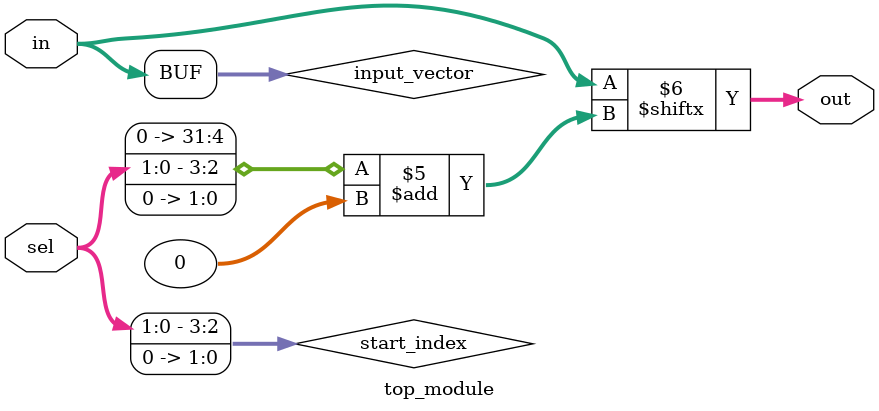
<source format=sv>
module top_module (
	input [1023:0] in,
	input [7:0] sel,
	output [3:0] out
);
	// Variable declaration
	reg [1023:0] input_vector;
	reg [3:0] start_index;
	
	// Assign input vector based on selection vector
	always @(*)
		input_vector = in;
		
	// Calculate start index based on selection vector
	always @(*)
		start_index = sel << 2;
		
	// Assign output vector based on input vector and start index
	always @(*)
		out = input_vector[start_index +: 4];
endmodule

</source>
